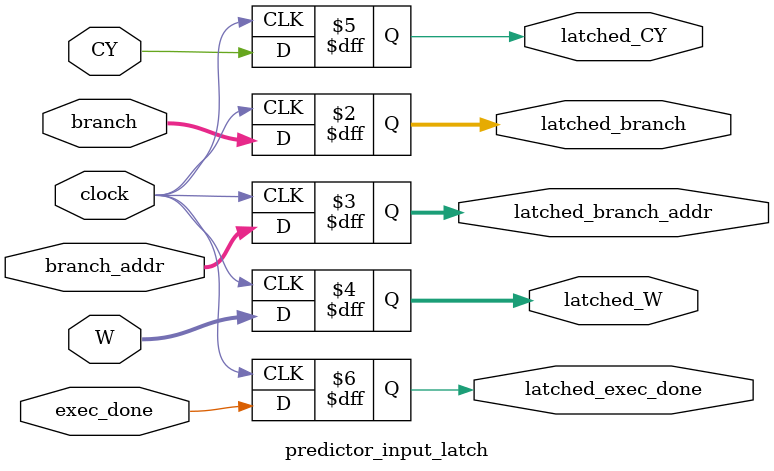
<source format=v>
module predictor_input_latch (	input [13:0]	branch,
											input [10:0]	branch_addr,
											input [15:0]	W,
											input				CY,
											input				exec_done,
											input				clock,
											output reg [13:0]	latched_branch,
											output reg [10:0] latched_branch_addr,
											output reg [15:0]	latched_W,
											output reg			latched_CY,
											output reg 			latched_exec_done);
											
	always @ (posedge clock) begin
		latched_branch <= branch;
		latched_branch_addr <= branch_addr;
		latched_W <= W;
		latched_CY <= CY;
		latched_exec_done <= exec_done;
	end
	
endmodule
</source>
